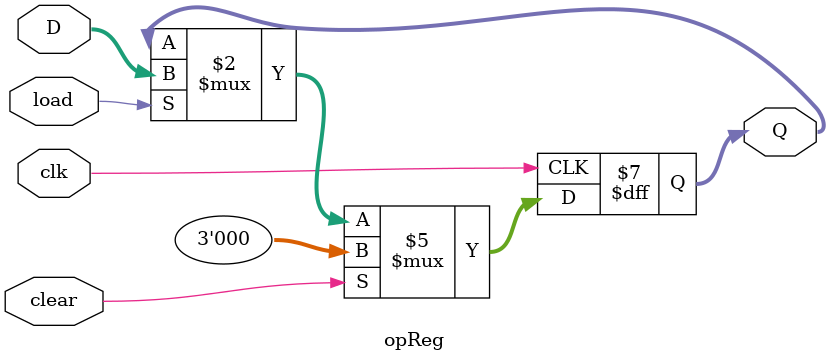
<source format=v>
`timescale 1ns / 1ps

module opReg(load, clear, clk, D, Q);
//inputs
input clear, clk, load;

//operation Code
input [2:0] D;
//output operation COde
output reg [2:0] Q;

always @ (posedge clk)
    //if clear the output will be 0
    if(clear)
        Q <= 0;
        //if load the output will be the input
    else if(load)
        Q <= D;
        
endmodule

</source>
